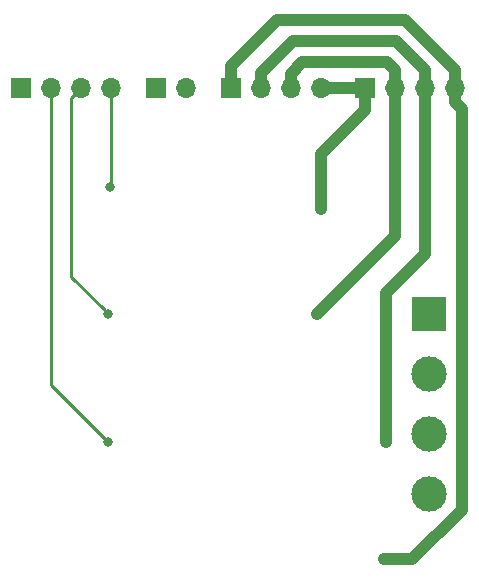
<source format=gbl>
G04 #@! TF.GenerationSoftware,KiCad,Pcbnew,5.0.2-bee76a0~70~ubuntu18.04.1*
G04 #@! TF.CreationDate,2020-07-21T15:58:49+05:30*
G04 #@! TF.ProjectId,switch_board_v1.1,73776974-6368-45f6-926f-6172645f7631,rev?*
G04 #@! TF.SameCoordinates,Original*
G04 #@! TF.FileFunction,Copper,L2,Bot*
G04 #@! TF.FilePolarity,Positive*
%FSLAX46Y46*%
G04 Gerber Fmt 4.6, Leading zero omitted, Abs format (unit mm)*
G04 Created by KiCad (PCBNEW 5.0.2-bee76a0~70~ubuntu18.04.1) date Tue Jul 21 15:58:49 2020*
%MOMM*%
%LPD*%
G01*
G04 APERTURE LIST*
G04 #@! TA.AperFunction,ComponentPad*
%ADD10R,1.700000X1.700000*%
G04 #@! TD*
G04 #@! TA.AperFunction,ComponentPad*
%ADD11O,1.700000X1.700000*%
G04 #@! TD*
G04 #@! TA.AperFunction,ComponentPad*
%ADD12C,3.000000*%
G04 #@! TD*
G04 #@! TA.AperFunction,ComponentPad*
%ADD13R,3.000000X3.000000*%
G04 #@! TD*
G04 #@! TA.AperFunction,ViaPad*
%ADD14C,0.800000*%
G04 #@! TD*
G04 #@! TA.AperFunction,Conductor*
%ADD15C,0.250000*%
G04 #@! TD*
G04 #@! TA.AperFunction,Conductor*
%ADD16C,1.000000*%
G04 #@! TD*
G04 APERTURE END LIST*
D10*
G04 #@! TO.P,J1,1*
G04 #@! TO.N,/ACIN4*
X109950000Y-66675000D03*
D11*
G04 #@! TO.P,J1,2*
G04 #@! TO.N,/ACIN3*
X112490000Y-66675000D03*
G04 #@! TO.P,J1,3*
G04 #@! TO.N,/ACIN2*
X115030000Y-66675000D03*
G04 #@! TO.P,J1,4*
G04 #@! TO.N,/ACIN1*
X117570000Y-66675000D03*
G04 #@! TD*
D10*
G04 #@! TO.P,J2,1*
G04 #@! TO.N,N/C*
X103650000Y-66675000D03*
D11*
G04 #@! TO.P,J2,2*
G04 #@! TO.N,/Relay_1/3.3V*
X106190000Y-66675000D03*
G04 #@! TD*
G04 #@! TO.P,J4,4*
G04 #@! TO.N,/dimmer_1/DIN*
X99845000Y-66675000D03*
G04 #@! TO.P,J4,3*
G04 #@! TO.N,/Relay_1/DIN*
X97305000Y-66675000D03*
G04 #@! TO.P,J4,2*
G04 #@! TO.N,/Relay_2/DIN*
X94765000Y-66675000D03*
D10*
G04 #@! TO.P,J4,1*
G04 #@! TO.N,/Relay_3/DIN*
X92225000Y-66675000D03*
G04 #@! TD*
D11*
G04 #@! TO.P,J5,4*
G04 #@! TO.N,/ACIN4*
X128945000Y-66675000D03*
G04 #@! TO.P,J5,3*
G04 #@! TO.N,/ACIN3*
X126405000Y-66675000D03*
G04 #@! TO.P,J5,2*
G04 #@! TO.N,/ACIN2*
X123865000Y-66675000D03*
D10*
G04 #@! TO.P,J5,1*
G04 #@! TO.N,/ACIN1*
X121325000Y-66675000D03*
G04 #@! TD*
D12*
G04 #@! TO.P,J3,2*
G04 #@! TO.N,/ACO2*
X126700000Y-90900000D03*
G04 #@! TO.P,J3,3*
G04 #@! TO.N,/ACO3*
X126700000Y-95980000D03*
D13*
G04 #@! TO.P,J3,1*
G04 #@! TO.N,/ACO1*
X126700000Y-85820000D03*
D12*
G04 #@! TO.P,J3,4*
G04 #@! TO.N,/ACO4*
X126700000Y-101060000D03*
G04 #@! TD*
D14*
G04 #@! TO.N,/Relay_1/DIN*
X99572500Y-85800000D03*
G04 #@! TO.N,/Relay_2/DIN*
X99575834Y-96666666D03*
G04 #@! TO.N,/dimmer_1/DIN*
X99682500Y-75050000D03*
G04 #@! TO.N,/ACIN1*
X117600000Y-76920000D03*
G04 #@! TO.N,/ACIN3*
X123100000Y-96700000D03*
G04 #@! TO.N,/ACIN2*
X117250000Y-85800000D03*
G04 #@! TO.N,/ACIN4*
X122900000Y-106600000D03*
G04 #@! TD*
D15*
G04 #@! TO.N,/Relay_1/DIN*
X99460000Y-85800000D02*
X99572500Y-85800000D01*
X99172501Y-85400001D02*
X99572500Y-85800000D01*
X96455001Y-82682501D02*
X99172501Y-85400001D01*
X96455001Y-67524999D02*
X96455001Y-82682501D01*
X97305000Y-66675000D02*
X96455001Y-67524999D01*
G04 #@! TO.N,/Relay_2/DIN*
X94765000Y-91855832D02*
X99575834Y-96666666D01*
X94765000Y-66675000D02*
X94765000Y-91855832D01*
G04 #@! TO.N,/dimmer_1/DIN*
X99845000Y-74887500D02*
X99682500Y-75050000D01*
X99845000Y-66675000D02*
X99845000Y-74887500D01*
D16*
G04 #@! TO.N,/ACIN1*
X117600000Y-76354315D02*
X117600000Y-76920000D01*
X117600000Y-72250000D02*
X117600000Y-76354315D01*
X121325000Y-68525000D02*
X117600000Y-72250000D01*
X121325000Y-66675000D02*
X121325000Y-68525000D01*
X117570000Y-66675000D02*
X121325000Y-66675000D01*
G04 #@! TO.N,/ACIN3*
X112522000Y-66712402D02*
X112522000Y-66937919D01*
X123100000Y-96134315D02*
X123100000Y-96700000D01*
X123100000Y-84079998D02*
X123100000Y-96134315D01*
X126405000Y-80774998D02*
X123100000Y-84079998D01*
X126405000Y-66675000D02*
X126405000Y-80774998D01*
X112490000Y-65472919D02*
X112490000Y-66675000D01*
X115232331Y-62724990D02*
X112490000Y-65467321D01*
X112490000Y-65467321D02*
X112490000Y-65472919D01*
X126405000Y-65169400D02*
X123960589Y-62724989D01*
X123960589Y-62724989D02*
X115232331Y-62724990D01*
X126405000Y-66675000D02*
X126405000Y-65169400D01*
G04 #@! TO.N,/ACIN2*
X115062000Y-66718000D02*
X115062000Y-66937919D01*
X123865000Y-79185000D02*
X117250000Y-85800000D01*
X123865000Y-66675000D02*
X123865000Y-79185000D01*
X123865000Y-65472919D02*
X123865000Y-66675000D01*
X123865000Y-65174998D02*
X123865000Y-65472919D01*
X123215001Y-64524999D02*
X123865000Y-65174998D01*
X115977920Y-64524999D02*
X123215001Y-64524999D01*
X115030000Y-65472919D02*
X115977920Y-64524999D01*
X115030000Y-66675000D02*
X115030000Y-65472919D01*
G04 #@! TO.N,/ACIN4*
X125304002Y-106600000D02*
X122900000Y-106600000D01*
X129500001Y-102404001D02*
X125304002Y-106600000D01*
X129500001Y-68432082D02*
X129500001Y-102404001D01*
X128945000Y-67877081D02*
X129500001Y-68432082D01*
X128945000Y-66675000D02*
X128945000Y-67877081D01*
X109950000Y-64825000D02*
X109950000Y-66675000D01*
X113850019Y-60924981D02*
X109950000Y-64825000D01*
X124706177Y-60924981D02*
X113850019Y-60924981D01*
X128945000Y-65163802D02*
X124706177Y-60924981D01*
X128945000Y-66675000D02*
X128945000Y-65163802D01*
G04 #@! TD*
M02*

</source>
